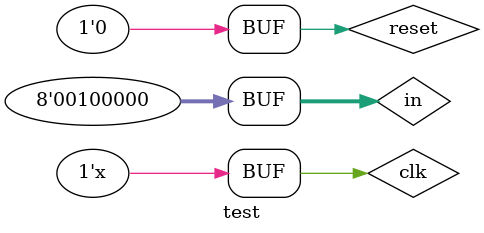
<source format=v>
`timescale 1ns / 1ps


module test;

	// Inputs
	reg clk;
	reg reset;
	reg [7:0] in;

	// Outputs
	wire result;

	// Instantiate the Unit Under Test (UUT)
	BlockChecker uut (
		.clk(clk), 
		.reset(reset), 
		.in(in), 
		.result(result)
	);

	initial begin
		// Initialize Inputs
		clk = 0;
		reset = 0;
		in = 0;

		// Wait 100 ns for global reset to finish
		#10 reset=1;
      #10 in="e"; reset=0;
		#10 in="n";
		#10 in="n";
		#10 in=" ";
		#10 in="b";
		#10 in="e";
		#10 in="g";
		#10 in="i";
		#10 in="n";
		#10 in=" ";

	end
      always #5 clk=~clk;
endmodule


</source>
